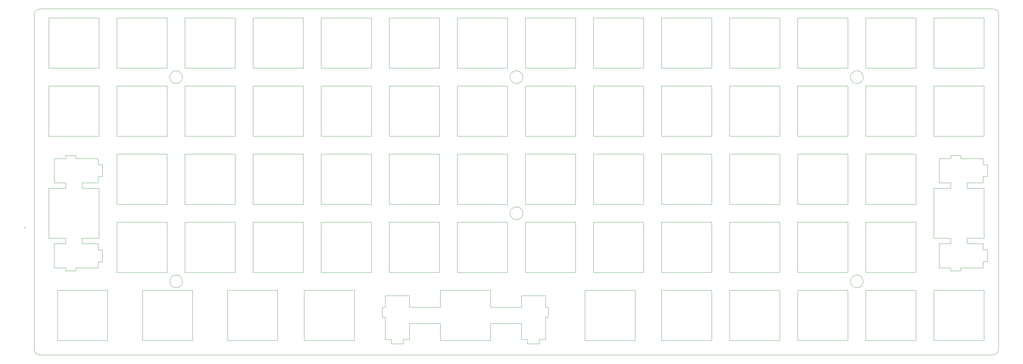
<source format=gbr>
%TF.GenerationSoftware,KiCad,Pcbnew,6.0.0~20210702.eff75b6+dfsg1-1*%
%TF.CreationDate,2021-07-19T10:32:12+02:00*%
%TF.ProjectId,plate,706c6174-652e-46b6-9963-61645f706362,rev?*%
%TF.SameCoordinates,Original*%
%TF.FileFunction,Profile,NP*%
%FSLAX46Y46*%
G04 Gerber Fmt 4.6, Leading zero omitted, Abs format (unit mm)*
G04 Created by KiCad (PCBNEW 6.0.0~20210702.eff75b6+dfsg1-1) date 2021-07-19 10:32:12*
%MOMM*%
%LPD*%
G01*
G04 APERTURE LIST*
%TA.AperFunction,Profile*%
%ADD10C,0.100000*%
%TD*%
%TA.AperFunction,Profile*%
%ADD11C,0.200000*%
%TD*%
G04 APERTURE END LIST*
D10*
X282575000Y-162718750D02*
G75*
G02*
X280987500Y-164306250I-1587500J0D01*
G01*
X12700015Y-162718750D02*
G75*
G03*
X14287496Y-164306235I1587485J0D01*
G01*
X280987470Y-164306235D02*
X14287496Y-164306235D01*
D11*
X14208781Y-164304299D02*
X14287500Y-164306250D01*
D10*
X282574964Y-69056219D02*
X282574964Y-162718741D01*
X12700003Y-162718741D02*
X12700003Y-69056219D01*
X14287496Y-67468722D02*
X280987470Y-67468722D01*
X126369734Y-146199438D02*
X126369734Y-150898520D01*
X126369734Y-150898520D02*
X117694746Y-150898520D01*
X117694746Y-150898520D02*
X117694746Y-147668326D01*
X117694746Y-147668326D02*
X110945433Y-147668326D01*
X110945433Y-147668326D02*
X110945433Y-150898520D01*
X110945433Y-150898520D02*
X110119947Y-150898520D01*
X110119947Y-150898520D02*
X110119947Y-153698675D01*
X110119947Y-153698675D02*
X110945433Y-153698675D01*
X110945433Y-153698675D02*
X110945433Y-159967352D01*
X110945433Y-159967352D02*
X112670927Y-159967352D01*
X112670927Y-159967352D02*
X112670927Y-161169012D01*
X112670927Y-161169012D02*
X115969740Y-161169012D01*
X115969740Y-161169012D02*
X115969740Y-159967352D01*
X115969740Y-159967352D02*
X117694746Y-159967352D01*
X117694746Y-159967352D02*
X117694746Y-155498404D01*
X117694746Y-155498404D02*
X126369734Y-155498404D01*
X126369734Y-155498404D02*
X126369734Y-160198874D01*
X126369734Y-160198874D02*
X140370741Y-160198874D01*
X140370741Y-160198874D02*
X140370741Y-155498404D01*
X140370741Y-155498404D02*
X149045729Y-155498404D01*
X149045729Y-155498404D02*
X149045729Y-159967352D01*
X149045729Y-159967352D02*
X150770735Y-159967352D01*
X150770735Y-159967352D02*
X150770735Y-161169012D01*
X150770735Y-161169012D02*
X154069731Y-161169012D01*
X154069731Y-161169012D02*
X154069731Y-159967352D01*
X154069731Y-159967352D02*
X155794737Y-159967352D01*
X155794737Y-159967352D02*
X155794737Y-153698675D01*
X155794737Y-153698675D02*
X156620741Y-153698675D01*
X156620741Y-153698675D02*
X156620741Y-150898520D01*
X156620741Y-150898520D02*
X155794737Y-150898520D01*
X155794737Y-150898520D02*
X155794737Y-147668326D01*
X155794737Y-147668326D02*
X149045729Y-147668326D01*
X149045729Y-147668326D02*
X149045729Y-150898520D01*
X149045729Y-150898520D02*
X140370741Y-150898520D01*
X140370741Y-150898520D02*
X140370741Y-146199438D01*
X140370741Y-146199438D02*
X126369734Y-146199438D01*
X264483717Y-146199438D02*
X278482710Y-146199438D01*
X278482710Y-146199438D02*
X278482710Y-160198874D01*
X278482710Y-160198874D02*
X264483717Y-160198874D01*
X264483717Y-160198874D02*
X264483717Y-146199438D01*
X245433729Y-146199438D02*
X259432722Y-146199438D01*
X259432722Y-146199438D02*
X259432722Y-160198874D01*
X259432722Y-160198874D02*
X245433729Y-160198874D01*
X245433729Y-160198874D02*
X245433729Y-146199438D01*
X226383726Y-146199438D02*
X240382734Y-146199438D01*
X240382734Y-146199438D02*
X240382734Y-160198874D01*
X240382734Y-160198874D02*
X226383726Y-160198874D01*
X226383726Y-160198874D02*
X226383726Y-146199438D01*
X207333723Y-146199438D02*
X221332731Y-146199438D01*
X221332731Y-146199438D02*
X221332731Y-160198874D01*
X221332731Y-160198874D02*
X207333723Y-160198874D01*
X207333723Y-160198874D02*
X207333723Y-146199438D01*
X188283720Y-146199438D02*
X202282728Y-146199438D01*
X202282728Y-146199438D02*
X202282728Y-160198874D01*
X202282728Y-160198874D02*
X188283720Y-160198874D01*
X188283720Y-160198874D02*
X188283720Y-146199438D01*
X166850736Y-146199438D02*
X180850736Y-146199438D01*
X180850736Y-146199438D02*
X180850736Y-160198874D01*
X180850736Y-160198874D02*
X166850736Y-160198874D01*
X166850736Y-160198874D02*
X166850736Y-146199438D01*
X88269941Y-146199438D02*
X102270635Y-146199438D01*
X102270635Y-146199438D02*
X102270635Y-160198874D01*
X102270635Y-160198874D02*
X88269941Y-160198874D01*
X88269941Y-160198874D02*
X88269941Y-146199438D01*
X66838751Y-146199438D02*
X80839445Y-146199438D01*
X80839445Y-146199438D02*
X80839445Y-160198874D01*
X80839445Y-160198874D02*
X66838751Y-160198874D01*
X66838751Y-160198874D02*
X66838751Y-146199438D01*
X43026144Y-146199438D02*
X57025549Y-146199438D01*
X57025549Y-146199438D02*
X57025549Y-160198874D01*
X57025549Y-160198874D02*
X43026144Y-160198874D01*
X43026144Y-160198874D02*
X43026144Y-146199438D01*
X19213655Y-146199438D02*
X33214548Y-146199438D01*
X33214548Y-146199438D02*
X33214548Y-160198874D01*
X33214548Y-160198874D02*
X19213655Y-160198874D01*
X19213655Y-160198874D02*
X19213655Y-146199438D01*
X245433729Y-127149527D02*
X259432722Y-127149527D01*
X259432722Y-127149527D02*
X259432722Y-141148825D01*
X259432722Y-141148825D02*
X245433729Y-141148825D01*
X245433729Y-141148825D02*
X245433729Y-127149527D01*
X226383726Y-127149527D02*
X240382734Y-127149527D01*
X240382734Y-127149527D02*
X240382734Y-141148825D01*
X240382734Y-141148825D02*
X226383726Y-141148825D01*
X226383726Y-141148825D02*
X226383726Y-127149527D01*
X207333723Y-127149527D02*
X221332731Y-127149527D01*
X221332731Y-127149527D02*
X221332731Y-141148825D01*
X221332731Y-141148825D02*
X207333723Y-141148825D01*
X207333723Y-141148825D02*
X207333723Y-127149527D01*
X188283720Y-127149527D02*
X202282728Y-127149527D01*
X202282728Y-127149527D02*
X202282728Y-141148825D01*
X202282728Y-141148825D02*
X188283720Y-141148825D01*
X188283720Y-141148825D02*
X188283720Y-127149527D01*
X169233732Y-127149527D02*
X183232740Y-127149527D01*
X183232740Y-127149527D02*
X183232740Y-141148825D01*
X183232740Y-141148825D02*
X169233732Y-141148825D01*
X169233732Y-141148825D02*
X169233732Y-127149527D01*
X150183729Y-127149527D02*
X164182737Y-127149527D01*
X164182737Y-127149527D02*
X164182737Y-141148825D01*
X164182737Y-141148825D02*
X150183729Y-141148825D01*
X150183729Y-141148825D02*
X150183729Y-127149527D01*
X131132734Y-127149527D02*
X145132734Y-127149527D01*
X145132734Y-127149527D02*
X145132734Y-141148825D01*
X145132734Y-141148825D02*
X131132734Y-141148825D01*
X131132734Y-141148825D02*
X131132734Y-127149527D01*
X112082441Y-127149527D02*
X126081739Y-127149527D01*
X126081739Y-127149527D02*
X126081739Y-141148825D01*
X126081739Y-141148825D02*
X112082441Y-141148825D01*
X112082441Y-141148825D02*
X112082441Y-127149527D01*
X93033842Y-127149527D02*
X107033140Y-127149527D01*
X107033140Y-127149527D02*
X107033140Y-141148825D01*
X107033140Y-141148825D02*
X93033842Y-141148825D01*
X93033842Y-141148825D02*
X93033842Y-127149527D01*
X73983839Y-127149527D02*
X87983145Y-127149527D01*
X87983145Y-127149527D02*
X87983145Y-141148825D01*
X87983145Y-141148825D02*
X73983839Y-141148825D01*
X73983839Y-141148825D02*
X73983839Y-127149527D01*
X54933843Y-127149527D02*
X68933149Y-127149527D01*
X68933149Y-127149527D02*
X68933149Y-141148825D01*
X68933149Y-141148825D02*
X54933843Y-141148825D01*
X54933843Y-141148825D02*
X54933843Y-127149527D01*
X35883745Y-127149527D02*
X49883146Y-127149527D01*
X49883146Y-127149527D02*
X49883146Y-141148825D01*
X49883146Y-141148825D02*
X35883745Y-141148825D01*
X35883745Y-141148825D02*
X35883745Y-127149527D01*
X269182722Y-108523924D02*
X269182722Y-109349425D01*
X269182722Y-109349425D02*
X265952711Y-109349425D01*
X265952711Y-109349425D02*
X265952711Y-116098730D01*
X265952711Y-116098730D02*
X269182722Y-116098730D01*
X269182722Y-116098730D02*
X269182722Y-117624525D01*
X269182722Y-117624525D02*
X264483717Y-117624525D01*
X264483717Y-117624525D02*
X264483717Y-131623823D01*
X264483717Y-131623823D02*
X269182722Y-131623823D01*
X269182722Y-131623823D02*
X269182722Y-133149329D01*
X269182722Y-133149329D02*
X265952711Y-133149329D01*
X265952711Y-133149329D02*
X265952711Y-139899023D01*
X265952711Y-139899023D02*
X269182722Y-139899023D01*
X269182722Y-139899023D02*
X269182722Y-140724432D01*
X269182722Y-140724432D02*
X271982710Y-140724432D01*
X271982710Y-140724432D02*
X271982710Y-139899023D01*
X271982710Y-139899023D02*
X278252699Y-139899023D01*
X278252699Y-139899023D02*
X278252699Y-138173727D01*
X278223341Y-138131102D02*
X279424330Y-138131102D01*
X279424330Y-138131102D02*
X279424330Y-134830603D01*
X279424330Y-134830603D02*
X278223341Y-134830603D01*
X278252699Y-134873228D02*
X278252699Y-133149329D01*
X278252699Y-133149329D02*
X273782728Y-133149329D01*
X273782728Y-133149329D02*
X273782728Y-131623823D01*
X273782728Y-131623823D02*
X278482710Y-131623823D01*
X278482710Y-131623823D02*
X278482710Y-117624525D01*
X278482710Y-117624525D02*
X273782728Y-117624525D01*
X273782728Y-117624525D02*
X273782728Y-116098730D01*
X273782728Y-116098730D02*
X278252699Y-116098730D01*
X278252699Y-116098730D02*
X278252699Y-114373625D01*
X278223341Y-114331000D02*
X279424330Y-114331000D01*
X279424330Y-114331000D02*
X279424330Y-111030394D01*
X279424330Y-111030394D02*
X278223341Y-111030394D01*
X278252699Y-111073027D02*
X278252699Y-109349425D01*
X278252699Y-109349425D02*
X271982710Y-109349425D01*
X271982710Y-109349425D02*
X271982710Y-108523924D01*
X271982710Y-108523924D02*
X269182722Y-108523924D01*
X21532888Y-108523924D02*
X21532888Y-109349425D01*
X21532888Y-109349425D02*
X18302778Y-109349425D01*
X18302778Y-109349425D02*
X18302778Y-116098730D01*
X18302778Y-116098730D02*
X21532888Y-116098730D01*
X21532888Y-116098730D02*
X21532888Y-117624525D01*
X21532888Y-117624525D02*
X16833776Y-117624525D01*
X16833776Y-117624525D02*
X16833776Y-131623823D01*
X16833776Y-131623823D02*
X21532888Y-131623823D01*
X21532888Y-131623823D02*
X21532888Y-133149329D01*
X21532888Y-133149329D02*
X18302778Y-133149329D01*
X18302778Y-133149329D02*
X18302778Y-139899023D01*
X18302778Y-139899023D02*
X21532888Y-139899023D01*
X21532888Y-139899023D02*
X21532888Y-140724432D01*
X21532888Y-140724432D02*
X24333048Y-140724432D01*
X24333048Y-140724432D02*
X24333048Y-139899023D01*
X24333048Y-139899023D02*
X30603147Y-139899023D01*
X30603147Y-139899023D02*
X30603147Y-138173727D01*
X30603147Y-138173727D02*
X31803446Y-138173727D01*
X31803446Y-138173727D02*
X31803446Y-134873228D01*
X31803446Y-134873228D02*
X30603147Y-134873228D01*
X30603147Y-134873228D02*
X30603147Y-133149329D01*
X30603147Y-133149329D02*
X26132749Y-133149329D01*
X26132749Y-133149329D02*
X26132749Y-131623823D01*
X26132749Y-131623823D02*
X30833246Y-131623823D01*
X30833246Y-131623823D02*
X30833246Y-117624525D01*
X30833246Y-117624525D02*
X26132749Y-117624525D01*
X26132749Y-117624525D02*
X26132749Y-116098730D01*
X26132749Y-116098730D02*
X30601747Y-116098730D01*
X30601747Y-116098730D02*
X30601747Y-114373625D01*
X30601747Y-114373625D02*
X31802046Y-114373625D01*
X31802046Y-114373625D02*
X31802046Y-111073027D01*
X31802046Y-111073027D02*
X30601747Y-111073027D01*
X30601747Y-111073027D02*
X30601747Y-109349425D01*
X30601747Y-109349425D02*
X24331648Y-109349425D01*
X24331648Y-109349425D02*
X24331648Y-108523924D01*
X24331648Y-108523924D02*
X21532888Y-108523924D01*
X245433729Y-108099524D02*
X259432722Y-108099524D01*
X259432722Y-108099524D02*
X259432722Y-122098730D01*
X259432722Y-122098730D02*
X245433729Y-122098730D01*
X245433729Y-122098730D02*
X245433729Y-108099524D01*
X226383726Y-108099524D02*
X240382734Y-108099524D01*
X240382734Y-108099524D02*
X240382734Y-122098730D01*
X240382734Y-122098730D02*
X226383726Y-122098730D01*
X226383726Y-122098730D02*
X226383726Y-108099524D01*
X207333723Y-108099524D02*
X221332731Y-108099524D01*
X221332731Y-108099524D02*
X221332731Y-122098730D01*
X221332731Y-122098730D02*
X207333723Y-122098730D01*
X207333723Y-122098730D02*
X207333723Y-108099524D01*
X188283720Y-108099524D02*
X202282728Y-108099524D01*
X202282728Y-108099524D02*
X202282728Y-122098730D01*
X202282728Y-122098730D02*
X188283720Y-122098730D01*
X188283720Y-122098730D02*
X188283720Y-108099524D01*
X169233732Y-108099524D02*
X183232740Y-108099524D01*
X183232740Y-108099524D02*
X183232740Y-122098730D01*
X183232740Y-122098730D02*
X169233732Y-122098730D01*
X169233732Y-122098730D02*
X169233732Y-108099524D01*
X150183729Y-108099524D02*
X164182737Y-108099524D01*
X164182737Y-108099524D02*
X164182737Y-122098730D01*
X164182737Y-122098730D02*
X150183729Y-122098730D01*
X150183729Y-122098730D02*
X150183729Y-108099524D01*
X131132734Y-108099524D02*
X145132734Y-108099524D01*
X145132734Y-108099524D02*
X145132734Y-122098730D01*
X145132734Y-122098730D02*
X131132734Y-122098730D01*
X131132734Y-122098730D02*
X131132734Y-108099524D01*
X112082441Y-108099524D02*
X126081739Y-108099524D01*
X126081739Y-108099524D02*
X126081739Y-122098730D01*
X126081739Y-122098730D02*
X112082441Y-122098730D01*
X112082441Y-122098730D02*
X112082441Y-108099524D01*
X93033842Y-108099524D02*
X107033140Y-108099524D01*
X107033140Y-108099524D02*
X107033140Y-122098730D01*
X107033140Y-122098730D02*
X93033842Y-122098730D01*
X93033842Y-122098730D02*
X93033842Y-108099524D01*
X73983839Y-108099524D02*
X87983145Y-108099524D01*
X87983145Y-108099524D02*
X87983145Y-122098730D01*
X87983145Y-122098730D02*
X73983839Y-122098730D01*
X73983839Y-122098730D02*
X73983839Y-108099524D01*
X54933843Y-108099524D02*
X68933149Y-108099524D01*
X68933149Y-108099524D02*
X68933149Y-122098730D01*
X68933149Y-122098730D02*
X54933843Y-122098730D01*
X54933843Y-122098730D02*
X54933843Y-108099524D01*
X35883745Y-108099524D02*
X49883146Y-108099524D01*
X49883146Y-108099524D02*
X49883146Y-122098730D01*
X49883146Y-122098730D02*
X35883745Y-122098730D01*
X35883745Y-122098730D02*
X35883745Y-108099524D01*
X264483717Y-89049528D02*
X278482710Y-89049528D01*
X278482710Y-89049528D02*
X278482710Y-103048727D01*
X278482710Y-103048727D02*
X264483717Y-103048727D01*
X264483717Y-103048727D02*
X264483717Y-89049528D01*
X245433729Y-89049528D02*
X259432722Y-89049528D01*
X259432722Y-89049528D02*
X259432722Y-103048727D01*
X259432722Y-103048727D02*
X245433729Y-103048727D01*
X245433729Y-103048727D02*
X245433729Y-89049528D01*
X226383726Y-89049528D02*
X240382734Y-89049528D01*
X240382734Y-89049528D02*
X240382734Y-103048727D01*
X240382734Y-103048727D02*
X226383726Y-103048727D01*
X226383726Y-103048727D02*
X226383726Y-89049528D01*
X207333723Y-89049528D02*
X221332731Y-89049528D01*
X221332731Y-89049528D02*
X221332731Y-103048727D01*
X221332731Y-103048727D02*
X207333723Y-103048727D01*
X207333723Y-103048727D02*
X207333723Y-89049528D01*
X188283720Y-89049528D02*
X202282728Y-89049528D01*
X202282728Y-89049528D02*
X202282728Y-103048727D01*
X202282728Y-103048727D02*
X188283720Y-103048727D01*
X188283720Y-103048727D02*
X188283720Y-89049528D01*
X169233732Y-89049528D02*
X183232740Y-89049528D01*
X183232740Y-89049528D02*
X183232740Y-103048727D01*
X183232740Y-103048727D02*
X169233732Y-103048727D01*
X169233732Y-103048727D02*
X169233732Y-89049528D01*
X150183729Y-89049528D02*
X164182737Y-89049528D01*
X164182737Y-89049528D02*
X164182737Y-103048727D01*
X164182737Y-103048727D02*
X150183729Y-103048727D01*
X150183729Y-103048727D02*
X150183729Y-89049528D01*
X131132734Y-89049528D02*
X145132734Y-89049528D01*
X145132734Y-89049528D02*
X145132734Y-103048727D01*
X145132734Y-103048727D02*
X131132734Y-103048727D01*
X131132734Y-103048727D02*
X131132734Y-89049528D01*
X112082441Y-89049528D02*
X126081739Y-89049528D01*
X126081739Y-89049528D02*
X126081739Y-103048727D01*
X126081739Y-103048727D02*
X112082441Y-103048727D01*
X112082441Y-103048727D02*
X112082441Y-89049528D01*
X93033842Y-89049528D02*
X107033140Y-89049528D01*
X107033140Y-89049528D02*
X107033140Y-103048727D01*
X107033140Y-103048727D02*
X93033842Y-103048727D01*
X93033842Y-103048727D02*
X93033842Y-89049528D01*
X73983839Y-89049528D02*
X87983145Y-89049528D01*
X87983145Y-89049528D02*
X87983145Y-103048727D01*
X87983145Y-103048727D02*
X73983839Y-103048727D01*
X73983839Y-103048727D02*
X73983839Y-89049528D01*
X54933843Y-89049528D02*
X68933149Y-89049528D01*
X68933149Y-89049528D02*
X68933149Y-103048727D01*
X68933149Y-103048727D02*
X54933843Y-103048727D01*
X54933843Y-103048727D02*
X54933843Y-89049528D01*
X35883745Y-89049528D02*
X49883146Y-89049528D01*
X49883146Y-89049528D02*
X49883146Y-103048727D01*
X49883146Y-103048727D02*
X35883745Y-103048727D01*
X35883745Y-103048727D02*
X35883745Y-89049528D01*
X16833776Y-89049528D02*
X30833246Y-89049528D01*
X30833246Y-89049528D02*
X30833246Y-103048727D01*
X30833246Y-103048727D02*
X16833776Y-103048727D01*
X16833776Y-103048727D02*
X16833776Y-89049528D01*
X264483717Y-69999522D02*
X278482710Y-69999522D01*
X278482710Y-69999522D02*
X278482710Y-83998724D01*
X278482710Y-83998724D02*
X264483717Y-83998724D01*
X264483717Y-83998724D02*
X264483717Y-69999522D01*
X245433729Y-69999522D02*
X259432722Y-69999522D01*
X259432722Y-69999522D02*
X259432722Y-83998724D01*
X259432722Y-83998724D02*
X245433729Y-83998724D01*
X245433729Y-83998724D02*
X245433729Y-69999522D01*
X226383726Y-69999522D02*
X240382734Y-69999522D01*
X240382734Y-69999522D02*
X240382734Y-83998724D01*
X240382734Y-83998724D02*
X226383726Y-83998724D01*
X226383726Y-83998724D02*
X226383726Y-69999522D01*
X207333723Y-69999522D02*
X221332731Y-69999522D01*
X221332731Y-69999522D02*
X221332731Y-83998724D01*
X221332731Y-83998724D02*
X207333723Y-83998724D01*
X207333723Y-83998724D02*
X207333723Y-69999522D01*
X188283720Y-69999522D02*
X202282728Y-69999522D01*
X202282728Y-69999522D02*
X202282728Y-83998724D01*
X202282728Y-83998724D02*
X188283720Y-83998724D01*
X188283720Y-83998724D02*
X188283720Y-69999522D01*
X169233732Y-69999522D02*
X183232740Y-69999522D01*
X183232740Y-69999522D02*
X183232740Y-83998724D01*
X183232740Y-83998724D02*
X169233732Y-83998724D01*
X169233732Y-83998724D02*
X169233732Y-69999522D01*
X150183729Y-69999522D02*
X164182737Y-69999522D01*
X164182737Y-69999522D02*
X164182737Y-83998724D01*
X164182737Y-83998724D02*
X150183729Y-83998724D01*
X150183729Y-83998724D02*
X150183729Y-69999522D01*
X131132734Y-69999522D02*
X145132734Y-69999522D01*
X145132734Y-69999522D02*
X145132734Y-83998724D01*
X145132734Y-83998724D02*
X131132734Y-83998724D01*
X131132734Y-83998724D02*
X131132734Y-69999522D01*
X112082441Y-69999522D02*
X126081739Y-69999522D01*
X126081739Y-69999522D02*
X126081739Y-83998724D01*
X126081739Y-83998724D02*
X112082441Y-83998724D01*
X112082441Y-83998724D02*
X112082441Y-69999522D01*
X93033842Y-69999522D02*
X107033140Y-69999522D01*
X107033140Y-69999522D02*
X107033140Y-83998724D01*
X107033140Y-83998724D02*
X93033842Y-83998724D01*
X93033842Y-83998724D02*
X93033842Y-69999522D01*
X73983839Y-69999522D02*
X87983145Y-69999522D01*
X87983145Y-69999522D02*
X87983145Y-83998724D01*
X87983145Y-83998724D02*
X73983839Y-83998724D01*
X73983839Y-83998724D02*
X73983839Y-69999522D01*
X54933843Y-69999522D02*
X68933149Y-69999522D01*
X68933149Y-69999522D02*
X68933149Y-83998724D01*
X68933149Y-83998724D02*
X54933843Y-83998724D01*
X54933843Y-83998724D02*
X54933843Y-69999522D01*
X35883745Y-69999522D02*
X49883146Y-69999522D01*
X49883146Y-69999522D02*
X49883146Y-83998724D01*
X49883146Y-83998724D02*
X35883745Y-83998724D01*
X35883745Y-83998724D02*
X35883745Y-69999522D01*
X16833776Y-69999522D02*
X30833246Y-69999522D01*
X30833246Y-69999522D02*
X30833246Y-83998724D01*
X30833246Y-83998724D02*
X16833776Y-83998724D01*
X16833776Y-83998724D02*
X16833776Y-69999522D01*
X14208781Y-164304299D02*
X14287500Y-164306250D01*
X281066188Y-67470672D02*
X280987470Y-67468722D01*
X281144373Y-67476488D02*
X281066188Y-67470672D01*
X281221893Y-67486117D02*
X281144373Y-67476488D01*
X281298620Y-67499504D02*
X281221893Y-67486117D01*
X281374423Y-67516596D02*
X281298620Y-67499504D01*
X281449171Y-67537338D02*
X281374423Y-67516596D01*
X281522735Y-67561677D02*
X281449171Y-67537338D01*
X281594984Y-67589559D02*
X281522735Y-67561677D01*
X281665788Y-67620930D02*
X281594984Y-67589559D01*
X281735018Y-67655735D02*
X281665788Y-67620930D01*
X281802542Y-67693922D02*
X281735018Y-67655735D01*
X281868231Y-67735436D02*
X281802542Y-67693922D01*
X281931954Y-67780224D02*
X281868231Y-67735436D01*
X281993582Y-67828231D02*
X281931954Y-67780224D01*
X282052983Y-67879403D02*
X281993582Y-67828231D01*
X282110029Y-67933687D02*
X282052983Y-67879403D01*
X282110029Y-67933687D02*
X282110029Y-67933687D01*
X282164315Y-67990730D02*
X282110029Y-67933687D01*
X282215488Y-68050129D02*
X282164315Y-67990730D01*
X282263494Y-68111753D02*
X282215488Y-68050129D01*
X282308280Y-68175474D02*
X282263494Y-68111753D01*
X282349792Y-68241159D02*
X282308280Y-68175474D01*
X282387976Y-68308681D02*
X282349792Y-68241159D01*
X282422778Y-68377907D02*
X282387976Y-68308681D01*
X282454145Y-68448709D02*
X282422778Y-68377907D01*
X282482023Y-68520956D02*
X282454145Y-68448709D01*
X282506359Y-68594518D02*
X282482023Y-68520956D01*
X282527098Y-68669265D02*
X282506359Y-68594518D01*
X282544186Y-68745067D02*
X282527098Y-68669265D01*
X282557571Y-68821793D02*
X282544186Y-68745067D01*
X282567198Y-68899314D02*
X282557571Y-68821793D01*
X282573014Y-68977500D02*
X282567198Y-68899314D01*
X282574964Y-69056219D02*
X282573014Y-68977500D01*
X12702068Y-68974527D02*
X12700003Y-69056219D01*
X12708199Y-68893908D02*
X12702068Y-68974527D01*
X12718295Y-68814460D02*
X12708199Y-68893908D01*
X12732256Y-68736284D02*
X12718295Y-68814460D01*
X12749982Y-68659480D02*
X12732256Y-68736284D01*
X12771375Y-68584148D02*
X12749982Y-68659480D01*
X12796333Y-68510386D02*
X12771375Y-68584148D01*
X12824757Y-68438296D02*
X12796333Y-68510386D01*
X12856549Y-68367976D02*
X12824757Y-68438296D01*
X12891606Y-68299526D02*
X12856549Y-68367976D01*
X12929831Y-68233047D02*
X12891606Y-68299526D01*
X12971124Y-68168637D02*
X12929831Y-68233047D01*
X13015383Y-68106397D02*
X12971124Y-68168637D01*
X13062511Y-68046426D02*
X13015383Y-68106397D01*
X13112407Y-67988825D02*
X13062511Y-68046426D01*
X13164971Y-67933692D02*
X13112407Y-67988825D01*
X13220103Y-67881128D02*
X13164971Y-67933692D01*
X13277705Y-67831232D02*
X13220103Y-67881128D01*
X13337675Y-67784104D02*
X13277705Y-67831232D01*
X13399915Y-67739844D02*
X13337675Y-67784104D01*
X13464325Y-67698552D02*
X13399915Y-67739844D01*
X13530804Y-67660326D02*
X13464325Y-67698552D01*
X13599253Y-67625268D02*
X13530804Y-67660326D01*
X13669573Y-67593477D02*
X13599253Y-67625268D01*
X13741664Y-67565053D02*
X13669573Y-67593477D01*
X13815425Y-67540094D02*
X13741664Y-67565053D01*
X13890758Y-67518702D02*
X13815425Y-67540094D01*
X13967562Y-67500975D02*
X13890758Y-67518702D01*
X14045737Y-67487014D02*
X13967562Y-67500975D01*
X14125185Y-67476918D02*
X14045737Y-67487014D01*
X14205804Y-67470788D02*
X14125185Y-67476918D01*
X14287496Y-67468722D02*
X14205804Y-67470788D01*
X149412367Y-124618727D02*
X149410057Y-124710062D01*
X149410057Y-124710062D02*
X149403203Y-124800198D01*
X149403203Y-124800198D02*
X149391916Y-124889024D01*
X149391916Y-124889024D02*
X149376308Y-124976427D01*
X149376308Y-124976427D02*
X149356489Y-125062297D01*
X149356489Y-125062297D02*
X149332572Y-125146522D01*
X149332572Y-125146522D02*
X149304669Y-125228990D01*
X149304669Y-125228990D02*
X149272889Y-125309591D01*
X149272889Y-125309591D02*
X149237346Y-125388211D01*
X149237346Y-125388211D02*
X149198150Y-125464740D01*
X149198150Y-125464740D02*
X149155414Y-125539067D01*
X149155414Y-125539067D02*
X149109248Y-125611079D01*
X149109248Y-125611079D02*
X149059764Y-125680666D01*
X149059764Y-125680666D02*
X149007074Y-125747716D01*
X149007074Y-125747716D02*
X148951289Y-125812116D01*
X148951289Y-125812116D02*
X148892521Y-125873757D01*
X148892521Y-125873757D02*
X148830881Y-125932525D01*
X148830881Y-125932525D02*
X148766480Y-125988311D01*
X148766480Y-125988311D02*
X148699431Y-126041001D01*
X148699431Y-126041001D02*
X148629845Y-126090485D01*
X148629845Y-126090485D02*
X148557833Y-126136651D01*
X148557833Y-126136651D02*
X148483507Y-126179388D01*
X148483507Y-126179388D02*
X148406977Y-126218584D01*
X148406977Y-126218584D02*
X148328357Y-126254128D01*
X148328357Y-126254128D02*
X148247757Y-126285907D01*
X148247757Y-126285907D02*
X148165289Y-126313811D01*
X148165289Y-126313811D02*
X148081065Y-126337729D01*
X148081065Y-126337729D02*
X147995195Y-126357547D01*
X147995195Y-126357547D02*
X147907792Y-126373156D01*
X147907792Y-126373156D02*
X147818966Y-126384443D01*
X147818966Y-126384443D02*
X147728830Y-126391297D01*
X147728830Y-126391297D02*
X147637495Y-126393606D01*
X147637495Y-126393606D02*
X147546160Y-126391297D01*
X147546160Y-126391297D02*
X147456024Y-126384443D01*
X147456024Y-126384443D02*
X147367198Y-126373156D01*
X147367198Y-126373156D02*
X147279794Y-126357547D01*
X147279794Y-126357547D02*
X147193924Y-126337729D01*
X147193924Y-126337729D02*
X147109699Y-126313811D01*
X147109699Y-126313811D02*
X147027230Y-126285907D01*
X147027230Y-126285907D02*
X146946630Y-126254128D01*
X146946630Y-126254128D02*
X146868009Y-126218584D01*
X146868009Y-126218584D02*
X146791480Y-126179388D01*
X146791480Y-126179388D02*
X146717153Y-126136651D01*
X146717153Y-126136651D02*
X146645140Y-126090485D01*
X146645140Y-126090485D02*
X146575553Y-126041001D01*
X146575553Y-126041001D02*
X146508503Y-125988311D01*
X146508503Y-125988311D02*
X146444102Y-125932525D01*
X146444102Y-125932525D02*
X146382461Y-125873757D01*
X146382461Y-125873757D02*
X146323692Y-125812116D01*
X146323692Y-125812116D02*
X146267907Y-125747716D01*
X146267907Y-125747716D02*
X146215216Y-125680666D01*
X146215216Y-125680666D02*
X146165731Y-125611079D01*
X146165731Y-125611079D02*
X146119565Y-125539067D01*
X146119565Y-125539067D02*
X146076828Y-125464740D01*
X146076828Y-125464740D02*
X146037631Y-125388211D01*
X146037631Y-125388211D02*
X146002088Y-125309591D01*
X146002088Y-125309591D02*
X145970308Y-125228990D01*
X145970308Y-125228990D02*
X145942403Y-125146522D01*
X145942403Y-125146522D02*
X145918486Y-125062297D01*
X145918486Y-125062297D02*
X145898667Y-124976427D01*
X145898667Y-124976427D02*
X145883059Y-124889024D01*
X145883059Y-124889024D02*
X145871771Y-124800198D01*
X145871771Y-124800198D02*
X145864917Y-124710062D01*
X145864917Y-124710062D02*
X145862608Y-124618727D01*
X145862608Y-124618727D02*
X145864917Y-124527392D01*
X145864917Y-124527392D02*
X145871771Y-124437256D01*
X145871771Y-124437256D02*
X145883059Y-124348430D01*
X145883059Y-124348430D02*
X145898667Y-124261027D01*
X145898667Y-124261027D02*
X145918486Y-124175157D01*
X145918486Y-124175157D02*
X145942403Y-124090932D01*
X145942403Y-124090932D02*
X145970308Y-124008464D01*
X145970308Y-124008464D02*
X146002088Y-123927863D01*
X146002088Y-123927863D02*
X146037631Y-123849243D01*
X146037631Y-123849243D02*
X146076828Y-123772714D01*
X146076828Y-123772714D02*
X146119565Y-123698387D01*
X146119565Y-123698387D02*
X146165731Y-123626375D01*
X146165731Y-123626375D02*
X146215216Y-123556788D01*
X146215216Y-123556788D02*
X146267907Y-123489738D01*
X146267907Y-123489738D02*
X146323692Y-123425338D01*
X146323692Y-123425338D02*
X146382461Y-123363697D01*
X146382461Y-123363697D02*
X146444102Y-123304929D01*
X146444102Y-123304929D02*
X146508503Y-123249143D01*
X146508503Y-123249143D02*
X146575553Y-123196453D01*
X146575553Y-123196453D02*
X146645140Y-123146969D01*
X146645140Y-123146969D02*
X146717153Y-123100803D01*
X146717153Y-123100803D02*
X146791480Y-123058066D01*
X146791480Y-123058066D02*
X146868009Y-123018870D01*
X146868009Y-123018870D02*
X146946630Y-122983326D01*
X146946630Y-122983326D02*
X147027230Y-122951547D01*
X147027230Y-122951547D02*
X147109699Y-122923643D01*
X147109699Y-122923643D02*
X147193924Y-122899725D01*
X147193924Y-122899725D02*
X147279794Y-122879907D01*
X147279794Y-122879907D02*
X147367198Y-122864298D01*
X147367198Y-122864298D02*
X147456024Y-122853011D01*
X147456024Y-122853011D02*
X147546160Y-122846157D01*
X147546160Y-122846157D02*
X147637495Y-122843848D01*
X147637495Y-122843848D02*
X147728830Y-122846157D01*
X147728830Y-122846157D02*
X147818966Y-122853011D01*
X147818966Y-122853011D02*
X147907792Y-122864298D01*
X147907792Y-122864298D02*
X147995195Y-122879907D01*
X147995195Y-122879907D02*
X148081065Y-122899725D01*
X148081065Y-122899725D02*
X148165289Y-122923643D01*
X148165289Y-122923643D02*
X148247757Y-122951547D01*
X148247757Y-122951547D02*
X148328357Y-122983326D01*
X148328357Y-122983326D02*
X148406977Y-123018870D01*
X148406977Y-123018870D02*
X148483507Y-123058066D01*
X148483507Y-123058066D02*
X148557833Y-123100803D01*
X148557833Y-123100803D02*
X148629845Y-123146969D01*
X148629845Y-123146969D02*
X148699431Y-123196453D01*
X148699431Y-123196453D02*
X148766480Y-123249143D01*
X148766480Y-123249143D02*
X148830881Y-123304929D01*
X148830881Y-123304929D02*
X148892521Y-123363697D01*
X148892521Y-123363697D02*
X148951289Y-123425338D01*
X148951289Y-123425338D02*
X149007074Y-123489738D01*
X149007074Y-123489738D02*
X149059764Y-123556788D01*
X149059764Y-123556788D02*
X149109248Y-123626375D01*
X149109248Y-123626375D02*
X149155414Y-123698387D01*
X149155414Y-123698387D02*
X149198150Y-123772714D01*
X149198150Y-123772714D02*
X149237346Y-123849243D01*
X149237346Y-123849243D02*
X149272889Y-123927863D01*
X149272889Y-123927863D02*
X149304669Y-124008464D01*
X149304669Y-124008464D02*
X149332572Y-124090932D01*
X149332572Y-124090932D02*
X149356489Y-124175157D01*
X149356489Y-124175157D02*
X149376308Y-124261027D01*
X149376308Y-124261027D02*
X149391916Y-124348430D01*
X149391916Y-124348430D02*
X149403203Y-124437256D01*
X149403203Y-124437256D02*
X149410057Y-124527392D01*
X149410057Y-124527392D02*
X149412367Y-124618727D01*
X149412367Y-124618727D02*
X149412367Y-124618727D01*
X244662367Y-143668738D02*
X244660057Y-143760073D01*
X244660057Y-143760073D02*
X244653203Y-143850209D01*
X244653203Y-143850209D02*
X244641916Y-143939034D01*
X244641916Y-143939034D02*
X244626307Y-144026438D01*
X244626307Y-144026438D02*
X244606488Y-144112308D01*
X244606488Y-144112308D02*
X244582571Y-144196532D01*
X244582571Y-144196532D02*
X244554667Y-144279000D01*
X244554667Y-144279000D02*
X244522887Y-144359600D01*
X244522887Y-144359600D02*
X244487343Y-144438220D01*
X244487343Y-144438220D02*
X244448146Y-144514749D01*
X244448146Y-144514749D02*
X244405409Y-144589076D01*
X244405409Y-144589076D02*
X244359242Y-144661088D01*
X244359242Y-144661088D02*
X244309758Y-144730674D01*
X244309758Y-144730674D02*
X244257066Y-144797723D01*
X244257066Y-144797723D02*
X244201281Y-144862123D01*
X244201281Y-144862123D02*
X244142511Y-144923764D01*
X244142511Y-144923764D02*
X244080870Y-144982532D01*
X244080870Y-144982532D02*
X244016469Y-145038317D01*
X244016469Y-145038317D02*
X243949418Y-145091007D01*
X243949418Y-145091007D02*
X243879831Y-145140491D01*
X243879831Y-145140491D02*
X243807817Y-145186657D01*
X243807817Y-145186657D02*
X243733490Y-145229393D01*
X243733490Y-145229393D02*
X243656960Y-145268589D01*
X243656960Y-145268589D02*
X243578338Y-145304132D01*
X243578338Y-145304132D02*
X243497737Y-145335911D01*
X243497737Y-145335911D02*
X243415267Y-145363815D01*
X243415267Y-145363815D02*
X243331041Y-145387732D01*
X243331041Y-145387732D02*
X243245170Y-145407551D01*
X243245170Y-145407551D02*
X243157765Y-145423159D01*
X243157765Y-145423159D02*
X243068938Y-145434446D01*
X243068938Y-145434446D02*
X242978801Y-145441300D01*
X242978801Y-145441300D02*
X242887464Y-145443610D01*
X242887464Y-145443610D02*
X242796131Y-145441300D01*
X242796131Y-145441300D02*
X242705996Y-145434446D01*
X242705996Y-145434446D02*
X242617171Y-145423159D01*
X242617171Y-145423159D02*
X242529769Y-145407551D01*
X242529769Y-145407551D02*
X242443900Y-145387732D01*
X242443900Y-145387732D02*
X242359676Y-145363815D01*
X242359676Y-145363815D02*
X242277208Y-145335911D01*
X242277208Y-145335911D02*
X242196608Y-145304132D01*
X242196608Y-145304132D02*
X242117988Y-145268589D01*
X242117988Y-145268589D02*
X242041460Y-145229393D01*
X242041460Y-145229393D02*
X241967133Y-145186657D01*
X241967133Y-145186657D02*
X241895121Y-145140491D01*
X241895121Y-145140491D02*
X241825535Y-145091007D01*
X241825535Y-145091007D02*
X241758485Y-145038317D01*
X241758485Y-145038317D02*
X241694085Y-144982532D01*
X241694085Y-144982532D02*
X241632444Y-144923764D01*
X241632444Y-144923764D02*
X241573676Y-144862123D01*
X241573676Y-144862123D02*
X241517890Y-144797723D01*
X241517890Y-144797723D02*
X241465200Y-144730674D01*
X241465200Y-144730674D02*
X241415715Y-144661088D01*
X241415715Y-144661088D02*
X241369549Y-144589076D01*
X241369549Y-144589076D02*
X241326812Y-144514749D01*
X241326812Y-144514749D02*
X241287616Y-144438220D01*
X241287616Y-144438220D02*
X241252072Y-144359600D01*
X241252072Y-144359600D02*
X241220292Y-144279000D01*
X241220292Y-144279000D02*
X241192388Y-144196532D01*
X241192388Y-144196532D02*
X241168471Y-144112308D01*
X241168471Y-144112308D02*
X241148652Y-144026438D01*
X241148652Y-144026438D02*
X241133043Y-143939034D01*
X241133043Y-143939034D02*
X241121756Y-143850209D01*
X241121756Y-143850209D02*
X241114902Y-143760073D01*
X241114902Y-143760073D02*
X241112593Y-143668738D01*
X241112593Y-143668738D02*
X241114902Y-143577403D01*
X241114902Y-143577403D02*
X241121756Y-143487266D01*
X241121756Y-143487266D02*
X241133043Y-143398441D01*
X241133043Y-143398441D02*
X241148652Y-143311037D01*
X241148652Y-143311037D02*
X241168471Y-143225167D01*
X241168471Y-143225167D02*
X241192388Y-143140942D01*
X241192388Y-143140942D02*
X241220292Y-143058473D01*
X241220292Y-143058473D02*
X241252072Y-142977873D01*
X241252072Y-142977873D02*
X241287616Y-142899252D01*
X241287616Y-142899252D02*
X241326812Y-142822723D01*
X241326812Y-142822723D02*
X241369549Y-142748396D01*
X241369549Y-142748396D02*
X241415715Y-142676383D01*
X241415715Y-142676383D02*
X241465200Y-142606796D01*
X241465200Y-142606796D02*
X241517890Y-142539746D01*
X241517890Y-142539746D02*
X241573676Y-142475345D01*
X241573676Y-142475345D02*
X241632444Y-142413704D01*
X241632444Y-142413704D02*
X241694085Y-142354935D01*
X241694085Y-142354935D02*
X241758485Y-142299150D01*
X241758485Y-142299150D02*
X241825535Y-142246459D01*
X241825535Y-142246459D02*
X241895121Y-142196974D01*
X241895121Y-142196974D02*
X241967133Y-142150808D01*
X241967133Y-142150808D02*
X242041460Y-142108071D01*
X242041460Y-142108071D02*
X242117988Y-142068874D01*
X242117988Y-142068874D02*
X242196608Y-142033330D01*
X242196608Y-142033330D02*
X242277208Y-142001551D01*
X242277208Y-142001551D02*
X242359676Y-141973646D01*
X242359676Y-141973646D02*
X242443900Y-141949729D01*
X242443900Y-141949729D02*
X242529769Y-141929910D01*
X242529769Y-141929910D02*
X242617171Y-141914301D01*
X242617171Y-141914301D02*
X242705996Y-141903014D01*
X242705996Y-141903014D02*
X242796131Y-141896160D01*
X242796131Y-141896160D02*
X242887464Y-141893851D01*
X242887464Y-141893851D02*
X242978801Y-141896160D01*
X242978801Y-141896160D02*
X243068938Y-141903014D01*
X243068938Y-141903014D02*
X243157765Y-141914301D01*
X243157765Y-141914301D02*
X243245170Y-141929910D01*
X243245170Y-141929910D02*
X243331041Y-141949729D01*
X243331041Y-141949729D02*
X243415267Y-141973646D01*
X243415267Y-141973646D02*
X243497737Y-142001551D01*
X243497737Y-142001551D02*
X243578338Y-142033330D01*
X243578338Y-142033330D02*
X243656960Y-142068874D01*
X243656960Y-142068874D02*
X243733490Y-142108071D01*
X243733490Y-142108071D02*
X243807817Y-142150808D01*
X243807817Y-142150808D02*
X243879831Y-142196974D01*
X243879831Y-142196974D02*
X243949418Y-142246459D01*
X243949418Y-142246459D02*
X244016469Y-142299150D01*
X244016469Y-142299150D02*
X244080870Y-142354935D01*
X244080870Y-142354935D02*
X244142511Y-142413704D01*
X244142511Y-142413704D02*
X244201281Y-142475345D01*
X244201281Y-142475345D02*
X244257066Y-142539746D01*
X244257066Y-142539746D02*
X244309758Y-142606796D01*
X244309758Y-142606796D02*
X244359242Y-142676383D01*
X244359242Y-142676383D02*
X244405409Y-142748396D01*
X244405409Y-142748396D02*
X244448146Y-142822723D01*
X244448146Y-142822723D02*
X244487343Y-142899252D01*
X244487343Y-142899252D02*
X244522887Y-142977873D01*
X244522887Y-142977873D02*
X244554667Y-143058473D01*
X244554667Y-143058473D02*
X244582571Y-143140942D01*
X244582571Y-143140942D02*
X244606488Y-143225167D01*
X244606488Y-143225167D02*
X244626307Y-143311037D01*
X244626307Y-143311037D02*
X244641916Y-143398441D01*
X244641916Y-143398441D02*
X244653203Y-143487266D01*
X244653203Y-143487266D02*
X244660057Y-143577403D01*
X244660057Y-143577403D02*
X244662367Y-143668738D01*
X244662367Y-143668738D02*
X244662367Y-143668738D01*
X54162374Y-143668738D02*
X54160065Y-143760073D01*
X54160065Y-143760073D02*
X54153211Y-143850209D01*
X54153211Y-143850209D02*
X54141924Y-143939034D01*
X54141924Y-143939034D02*
X54126315Y-144026438D01*
X54126315Y-144026438D02*
X54106496Y-144112308D01*
X54106496Y-144112308D02*
X54082579Y-144196532D01*
X54082579Y-144196532D02*
X54054675Y-144279000D01*
X54054675Y-144279000D02*
X54022896Y-144359600D01*
X54022896Y-144359600D02*
X53987352Y-144438220D01*
X53987352Y-144438220D02*
X53948156Y-144514749D01*
X53948156Y-144514749D02*
X53905419Y-144589076D01*
X53905419Y-144589076D02*
X53859253Y-144661088D01*
X53859253Y-144661088D02*
X53809769Y-144730674D01*
X53809769Y-144730674D02*
X53757078Y-144797723D01*
X53757078Y-144797723D02*
X53701293Y-144862123D01*
X53701293Y-144862123D02*
X53642525Y-144923764D01*
X53642525Y-144923764D02*
X53580884Y-144982532D01*
X53580884Y-144982532D02*
X53516483Y-145038317D01*
X53516483Y-145038317D02*
X53449434Y-145091007D01*
X53449434Y-145091007D02*
X53379847Y-145140491D01*
X53379847Y-145140491D02*
X53307835Y-145186657D01*
X53307835Y-145186657D02*
X53233508Y-145229393D01*
X53233508Y-145229393D02*
X53156979Y-145268589D01*
X53156979Y-145268589D02*
X53078358Y-145304132D01*
X53078358Y-145304132D02*
X52997758Y-145335911D01*
X52997758Y-145335911D02*
X52915290Y-145363815D01*
X52915290Y-145363815D02*
X52831065Y-145387732D01*
X52831065Y-145387732D02*
X52745195Y-145407551D01*
X52745195Y-145407551D02*
X52657792Y-145423159D01*
X52657792Y-145423159D02*
X52568966Y-145434446D01*
X52568966Y-145434446D02*
X52478830Y-145441300D01*
X52478830Y-145441300D02*
X52387495Y-145443610D01*
X52387495Y-145443610D02*
X52296160Y-145441300D01*
X52296160Y-145441300D02*
X52206024Y-145434446D01*
X52206024Y-145434446D02*
X52117198Y-145423159D01*
X52117198Y-145423159D02*
X52029794Y-145407551D01*
X52029794Y-145407551D02*
X51943925Y-145387732D01*
X51943925Y-145387732D02*
X51859700Y-145363815D01*
X51859700Y-145363815D02*
X51777231Y-145335911D01*
X51777231Y-145335911D02*
X51696631Y-145304132D01*
X51696631Y-145304132D02*
X51618011Y-145268589D01*
X51618011Y-145268589D02*
X51541481Y-145229393D01*
X51541481Y-145229393D02*
X51467155Y-145186657D01*
X51467155Y-145186657D02*
X51395142Y-145140491D01*
X51395142Y-145140491D02*
X51325556Y-145091007D01*
X51325556Y-145091007D02*
X51258506Y-145038317D01*
X51258506Y-145038317D02*
X51194106Y-144982532D01*
X51194106Y-144982532D02*
X51132465Y-144923764D01*
X51132465Y-144923764D02*
X51073697Y-144862123D01*
X51073697Y-144862123D02*
X51017911Y-144797723D01*
X51017911Y-144797723D02*
X50965221Y-144730674D01*
X50965221Y-144730674D02*
X50915737Y-144661088D01*
X50915737Y-144661088D02*
X50869570Y-144589076D01*
X50869570Y-144589076D02*
X50826834Y-144514749D01*
X50826834Y-144514749D02*
X50787638Y-144438220D01*
X50787638Y-144438220D02*
X50752094Y-144359600D01*
X50752094Y-144359600D02*
X50720315Y-144279000D01*
X50720315Y-144279000D02*
X50692410Y-144196532D01*
X50692410Y-144196532D02*
X50668493Y-144112308D01*
X50668493Y-144112308D02*
X50648675Y-144026438D01*
X50648675Y-144026438D02*
X50633066Y-143939034D01*
X50633066Y-143939034D02*
X50621779Y-143850209D01*
X50621779Y-143850209D02*
X50614925Y-143760073D01*
X50614925Y-143760073D02*
X50612615Y-143668738D01*
X50612615Y-143668738D02*
X50614925Y-143577403D01*
X50614925Y-143577403D02*
X50621779Y-143487266D01*
X50621779Y-143487266D02*
X50633066Y-143398441D01*
X50633066Y-143398441D02*
X50648675Y-143311037D01*
X50648675Y-143311037D02*
X50668493Y-143225167D01*
X50668493Y-143225167D02*
X50692410Y-143140942D01*
X50692410Y-143140942D02*
X50720315Y-143058473D01*
X50720315Y-143058473D02*
X50752094Y-142977873D01*
X50752094Y-142977873D02*
X50787638Y-142899252D01*
X50787638Y-142899252D02*
X50826834Y-142822723D01*
X50826834Y-142822723D02*
X50869570Y-142748396D01*
X50869570Y-142748396D02*
X50915737Y-142676383D01*
X50915737Y-142676383D02*
X50965221Y-142606796D01*
X50965221Y-142606796D02*
X51017911Y-142539746D01*
X51017911Y-142539746D02*
X51073697Y-142475345D01*
X51073697Y-142475345D02*
X51132465Y-142413704D01*
X51132465Y-142413704D02*
X51194106Y-142354935D01*
X51194106Y-142354935D02*
X51258506Y-142299150D01*
X51258506Y-142299150D02*
X51325556Y-142246459D01*
X51325556Y-142246459D02*
X51395142Y-142196974D01*
X51395142Y-142196974D02*
X51467155Y-142150808D01*
X51467155Y-142150808D02*
X51541481Y-142108071D01*
X51541481Y-142108071D02*
X51618011Y-142068874D01*
X51618011Y-142068874D02*
X51696631Y-142033330D01*
X51696631Y-142033330D02*
X51777231Y-142001551D01*
X51777231Y-142001551D02*
X51859700Y-141973646D01*
X51859700Y-141973646D02*
X51943925Y-141949729D01*
X51943925Y-141949729D02*
X52029794Y-141929910D01*
X52029794Y-141929910D02*
X52117198Y-141914301D01*
X52117198Y-141914301D02*
X52206024Y-141903014D01*
X52206024Y-141903014D02*
X52296160Y-141896160D01*
X52296160Y-141896160D02*
X52387495Y-141893851D01*
X52387495Y-141893851D02*
X52478830Y-141896160D01*
X52478830Y-141896160D02*
X52568966Y-141903014D01*
X52568966Y-141903014D02*
X52657792Y-141914301D01*
X52657792Y-141914301D02*
X52745195Y-141929910D01*
X52745195Y-141929910D02*
X52831065Y-141949729D01*
X52831065Y-141949729D02*
X52915290Y-141973646D01*
X52915290Y-141973646D02*
X52997758Y-142001551D01*
X52997758Y-142001551D02*
X53078358Y-142033330D01*
X53078358Y-142033330D02*
X53156979Y-142068874D01*
X53156979Y-142068874D02*
X53233508Y-142108071D01*
X53233508Y-142108071D02*
X53307835Y-142150808D01*
X53307835Y-142150808D02*
X53379847Y-142196974D01*
X53379847Y-142196974D02*
X53449434Y-142246459D01*
X53449434Y-142246459D02*
X53516483Y-142299150D01*
X53516483Y-142299150D02*
X53580884Y-142354935D01*
X53580884Y-142354935D02*
X53642525Y-142413704D01*
X53642525Y-142413704D02*
X53701293Y-142475345D01*
X53701293Y-142475345D02*
X53757078Y-142539746D01*
X53757078Y-142539746D02*
X53809769Y-142606796D01*
X53809769Y-142606796D02*
X53859253Y-142676383D01*
X53859253Y-142676383D02*
X53905419Y-142748396D01*
X53905419Y-142748396D02*
X53948156Y-142822723D01*
X53948156Y-142822723D02*
X53987352Y-142899252D01*
X53987352Y-142899252D02*
X54022896Y-142977873D01*
X54022896Y-142977873D02*
X54054675Y-143058473D01*
X54054675Y-143058473D02*
X54082579Y-143140942D01*
X54082579Y-143140942D02*
X54106496Y-143225167D01*
X54106496Y-143225167D02*
X54126315Y-143311037D01*
X54126315Y-143311037D02*
X54141924Y-143398441D01*
X54141924Y-143398441D02*
X54153211Y-143487266D01*
X54153211Y-143487266D02*
X54160065Y-143577403D01*
X54160065Y-143577403D02*
X54162374Y-143668738D01*
X54162374Y-143668738D02*
X54162374Y-143668738D01*
X54162374Y-86518729D02*
X54160065Y-86610064D01*
X54160065Y-86610064D02*
X54153211Y-86700200D01*
X54153211Y-86700200D02*
X54141924Y-86789025D01*
X54141924Y-86789025D02*
X54126315Y-86876429D01*
X54126315Y-86876429D02*
X54106496Y-86962299D01*
X54106496Y-86962299D02*
X54082579Y-87046524D01*
X54082579Y-87046524D02*
X54054675Y-87128992D01*
X54054675Y-87128992D02*
X54022896Y-87209592D01*
X54022896Y-87209592D02*
X53987352Y-87288213D01*
X53987352Y-87288213D02*
X53948156Y-87364742D01*
X53948156Y-87364742D02*
X53905419Y-87439069D01*
X53905419Y-87439069D02*
X53859253Y-87511081D01*
X53859253Y-87511081D02*
X53809769Y-87580668D01*
X53809769Y-87580668D02*
X53757078Y-87647717D01*
X53757078Y-87647717D02*
X53701293Y-87712118D01*
X53701293Y-87712118D02*
X53642525Y-87773758D01*
X53642525Y-87773758D02*
X53580884Y-87832527D01*
X53580884Y-87832527D02*
X53516483Y-87888312D01*
X53516483Y-87888312D02*
X53449434Y-87941003D01*
X53449434Y-87941003D02*
X53379847Y-87990487D01*
X53379847Y-87990487D02*
X53307835Y-88036653D01*
X53307835Y-88036653D02*
X53233508Y-88079390D01*
X53233508Y-88079390D02*
X53156979Y-88118586D01*
X53156979Y-88118586D02*
X53078358Y-88154129D01*
X53078358Y-88154129D02*
X52997758Y-88185909D01*
X52997758Y-88185909D02*
X52915290Y-88213813D01*
X52915290Y-88213813D02*
X52831065Y-88237730D01*
X52831065Y-88237730D02*
X52745195Y-88257549D01*
X52745195Y-88257549D02*
X52657792Y-88273157D01*
X52657792Y-88273157D02*
X52568966Y-88284445D01*
X52568966Y-88284445D02*
X52478830Y-88291299D01*
X52478830Y-88291299D02*
X52387495Y-88293608D01*
X52387495Y-88293608D02*
X52296160Y-88291299D01*
X52296160Y-88291299D02*
X52206024Y-88284445D01*
X52206024Y-88284445D02*
X52117198Y-88273157D01*
X52117198Y-88273157D02*
X52029794Y-88257549D01*
X52029794Y-88257549D02*
X51943925Y-88237730D01*
X51943925Y-88237730D02*
X51859700Y-88213813D01*
X51859700Y-88213813D02*
X51777231Y-88185909D01*
X51777231Y-88185909D02*
X51696631Y-88154129D01*
X51696631Y-88154129D02*
X51618011Y-88118586D01*
X51618011Y-88118586D02*
X51541481Y-88079390D01*
X51541481Y-88079390D02*
X51467155Y-88036653D01*
X51467155Y-88036653D02*
X51395142Y-87990487D01*
X51395142Y-87990487D02*
X51325556Y-87941003D01*
X51325556Y-87941003D02*
X51258506Y-87888312D01*
X51258506Y-87888312D02*
X51194106Y-87832527D01*
X51194106Y-87832527D02*
X51132465Y-87773758D01*
X51132465Y-87773758D02*
X51073697Y-87712118D01*
X51073697Y-87712118D02*
X51017911Y-87647717D01*
X51017911Y-87647717D02*
X50965221Y-87580668D01*
X50965221Y-87580668D02*
X50915737Y-87511081D01*
X50915737Y-87511081D02*
X50869570Y-87439069D01*
X50869570Y-87439069D02*
X50826834Y-87364742D01*
X50826834Y-87364742D02*
X50787638Y-87288213D01*
X50787638Y-87288213D02*
X50752094Y-87209592D01*
X50752094Y-87209592D02*
X50720315Y-87128992D01*
X50720315Y-87128992D02*
X50692410Y-87046524D01*
X50692410Y-87046524D02*
X50668493Y-86962299D01*
X50668493Y-86962299D02*
X50648675Y-86876429D01*
X50648675Y-86876429D02*
X50633066Y-86789025D01*
X50633066Y-86789025D02*
X50621779Y-86700200D01*
X50621779Y-86700200D02*
X50614925Y-86610064D01*
X50614925Y-86610064D02*
X50612615Y-86518729D01*
X50612615Y-86518729D02*
X50614925Y-86427393D01*
X50614925Y-86427393D02*
X50621779Y-86337256D01*
X50621779Y-86337256D02*
X50633066Y-86248430D01*
X50633066Y-86248430D02*
X50648675Y-86161026D01*
X50648675Y-86161026D02*
X50668493Y-86075155D01*
X50668493Y-86075155D02*
X50692410Y-85990930D01*
X50692410Y-85990930D02*
X50720315Y-85908461D01*
X50720315Y-85908461D02*
X50752094Y-85827861D01*
X50752094Y-85827861D02*
X50787638Y-85749240D01*
X50787638Y-85749240D02*
X50826834Y-85672710D01*
X50826834Y-85672710D02*
X50869570Y-85598383D01*
X50869570Y-85598383D02*
X50915737Y-85526370D01*
X50915737Y-85526370D02*
X50965221Y-85456783D01*
X50965221Y-85456783D02*
X51017911Y-85389734D01*
X51017911Y-85389734D02*
X51073697Y-85325333D01*
X51073697Y-85325333D02*
X51132465Y-85263692D01*
X51132465Y-85263692D02*
X51194106Y-85204923D01*
X51194106Y-85204923D02*
X51258506Y-85149138D01*
X51258506Y-85149138D02*
X51325556Y-85096447D01*
X51325556Y-85096447D02*
X51395142Y-85046963D01*
X51395142Y-85046963D02*
X51467155Y-85000797D01*
X51467155Y-85000797D02*
X51541481Y-84958060D01*
X51541481Y-84958060D02*
X51618011Y-84918864D01*
X51618011Y-84918864D02*
X51696631Y-84883320D01*
X51696631Y-84883320D02*
X51777231Y-84851541D01*
X51777231Y-84851541D02*
X51859700Y-84823636D01*
X51859700Y-84823636D02*
X51943925Y-84799719D01*
X51943925Y-84799719D02*
X52029794Y-84779901D01*
X52029794Y-84779901D02*
X52117198Y-84764292D01*
X52117198Y-84764292D02*
X52206024Y-84753005D01*
X52206024Y-84753005D02*
X52296160Y-84746151D01*
X52296160Y-84746151D02*
X52387495Y-84743841D01*
X52387495Y-84743841D02*
X52478830Y-84746151D01*
X52478830Y-84746151D02*
X52568966Y-84753005D01*
X52568966Y-84753005D02*
X52657792Y-84764292D01*
X52657792Y-84764292D02*
X52745195Y-84779901D01*
X52745195Y-84779901D02*
X52831065Y-84799719D01*
X52831065Y-84799719D02*
X52915290Y-84823636D01*
X52915290Y-84823636D02*
X52997758Y-84851541D01*
X52997758Y-84851541D02*
X53078358Y-84883320D01*
X53078358Y-84883320D02*
X53156979Y-84918864D01*
X53156979Y-84918864D02*
X53233508Y-84958060D01*
X53233508Y-84958060D02*
X53307835Y-85000797D01*
X53307835Y-85000797D02*
X53379847Y-85046963D01*
X53379847Y-85046963D02*
X53449434Y-85096447D01*
X53449434Y-85096447D02*
X53516483Y-85149138D01*
X53516483Y-85149138D02*
X53580884Y-85204923D01*
X53580884Y-85204923D02*
X53642525Y-85263692D01*
X53642525Y-85263692D02*
X53701293Y-85325333D01*
X53701293Y-85325333D02*
X53757078Y-85389734D01*
X53757078Y-85389734D02*
X53809769Y-85456783D01*
X53809769Y-85456783D02*
X53859253Y-85526370D01*
X53859253Y-85526370D02*
X53905419Y-85598383D01*
X53905419Y-85598383D02*
X53948156Y-85672710D01*
X53948156Y-85672710D02*
X53987352Y-85749240D01*
X53987352Y-85749240D02*
X54022896Y-85827861D01*
X54022896Y-85827861D02*
X54054675Y-85908461D01*
X54054675Y-85908461D02*
X54082579Y-85990930D01*
X54082579Y-85990930D02*
X54106496Y-86075155D01*
X54106496Y-86075155D02*
X54126315Y-86161026D01*
X54126315Y-86161026D02*
X54141924Y-86248430D01*
X54141924Y-86248430D02*
X54153211Y-86337256D01*
X54153211Y-86337256D02*
X54160065Y-86427393D01*
X54160065Y-86427393D02*
X54162374Y-86518729D01*
X54162374Y-86518729D02*
X54162374Y-86518729D01*
X149412367Y-86518729D02*
X149410057Y-86610064D01*
X149410057Y-86610064D02*
X149403203Y-86700200D01*
X149403203Y-86700200D02*
X149391916Y-86789025D01*
X149391916Y-86789025D02*
X149376308Y-86876429D01*
X149376308Y-86876429D02*
X149356489Y-86962299D01*
X149356489Y-86962299D02*
X149332572Y-87046524D01*
X149332572Y-87046524D02*
X149304669Y-87128992D01*
X149304669Y-87128992D02*
X149272889Y-87209592D01*
X149272889Y-87209592D02*
X149237346Y-87288213D01*
X149237346Y-87288213D02*
X149198150Y-87364742D01*
X149198150Y-87364742D02*
X149155414Y-87439069D01*
X149155414Y-87439069D02*
X149109248Y-87511081D01*
X149109248Y-87511081D02*
X149059764Y-87580668D01*
X149059764Y-87580668D02*
X149007074Y-87647717D01*
X149007074Y-87647717D02*
X148951289Y-87712118D01*
X148951289Y-87712118D02*
X148892521Y-87773758D01*
X148892521Y-87773758D02*
X148830881Y-87832527D01*
X148830881Y-87832527D02*
X148766480Y-87888312D01*
X148766480Y-87888312D02*
X148699431Y-87941003D01*
X148699431Y-87941003D02*
X148629845Y-87990487D01*
X148629845Y-87990487D02*
X148557833Y-88036653D01*
X148557833Y-88036653D02*
X148483507Y-88079390D01*
X148483507Y-88079390D02*
X148406977Y-88118586D01*
X148406977Y-88118586D02*
X148328357Y-88154129D01*
X148328357Y-88154129D02*
X148247757Y-88185909D01*
X148247757Y-88185909D02*
X148165289Y-88213813D01*
X148165289Y-88213813D02*
X148081065Y-88237730D01*
X148081065Y-88237730D02*
X147995195Y-88257549D01*
X147995195Y-88257549D02*
X147907792Y-88273157D01*
X147907792Y-88273157D02*
X147818966Y-88284445D01*
X147818966Y-88284445D02*
X147728830Y-88291299D01*
X147728830Y-88291299D02*
X147637495Y-88293608D01*
X147637495Y-88293608D02*
X147546160Y-88291299D01*
X147546160Y-88291299D02*
X147456024Y-88284445D01*
X147456024Y-88284445D02*
X147367198Y-88273157D01*
X147367198Y-88273157D02*
X147279794Y-88257549D01*
X147279794Y-88257549D02*
X147193924Y-88237730D01*
X147193924Y-88237730D02*
X147109699Y-88213813D01*
X147109699Y-88213813D02*
X147027230Y-88185909D01*
X147027230Y-88185909D02*
X146946630Y-88154129D01*
X146946630Y-88154129D02*
X146868009Y-88118586D01*
X146868009Y-88118586D02*
X146791480Y-88079390D01*
X146791480Y-88079390D02*
X146717153Y-88036653D01*
X146717153Y-88036653D02*
X146645140Y-87990487D01*
X146645140Y-87990487D02*
X146575553Y-87941003D01*
X146575553Y-87941003D02*
X146508503Y-87888312D01*
X146508503Y-87888312D02*
X146444102Y-87832527D01*
X146444102Y-87832527D02*
X146382461Y-87773758D01*
X146382461Y-87773758D02*
X146323692Y-87712118D01*
X146323692Y-87712118D02*
X146267907Y-87647717D01*
X146267907Y-87647717D02*
X146215216Y-87580668D01*
X146215216Y-87580668D02*
X146165731Y-87511081D01*
X146165731Y-87511081D02*
X146119565Y-87439069D01*
X146119565Y-87439069D02*
X146076828Y-87364742D01*
X146076828Y-87364742D02*
X146037631Y-87288213D01*
X146037631Y-87288213D02*
X146002088Y-87209592D01*
X146002088Y-87209592D02*
X145970308Y-87128992D01*
X145970308Y-87128992D02*
X145942403Y-87046524D01*
X145942403Y-87046524D02*
X145918486Y-86962299D01*
X145918486Y-86962299D02*
X145898667Y-86876429D01*
X145898667Y-86876429D02*
X145883059Y-86789025D01*
X145883059Y-86789025D02*
X145871771Y-86700200D01*
X145871771Y-86700200D02*
X145864917Y-86610064D01*
X145864917Y-86610064D02*
X145862608Y-86518729D01*
X145862608Y-86518729D02*
X145864917Y-86427393D01*
X145864917Y-86427393D02*
X145871771Y-86337256D01*
X145871771Y-86337256D02*
X145883059Y-86248430D01*
X145883059Y-86248430D02*
X145898667Y-86161026D01*
X145898667Y-86161026D02*
X145918486Y-86075155D01*
X145918486Y-86075155D02*
X145942403Y-85990930D01*
X145942403Y-85990930D02*
X145970308Y-85908461D01*
X145970308Y-85908461D02*
X146002088Y-85827861D01*
X146002088Y-85827861D02*
X146037631Y-85749240D01*
X146037631Y-85749240D02*
X146076828Y-85672710D01*
X146076828Y-85672710D02*
X146119565Y-85598383D01*
X146119565Y-85598383D02*
X146165731Y-85526370D01*
X146165731Y-85526370D02*
X146215216Y-85456783D01*
X146215216Y-85456783D02*
X146267907Y-85389734D01*
X146267907Y-85389734D02*
X146323692Y-85325333D01*
X146323692Y-85325333D02*
X146382461Y-85263692D01*
X146382461Y-85263692D02*
X146444102Y-85204923D01*
X146444102Y-85204923D02*
X146508503Y-85149138D01*
X146508503Y-85149138D02*
X146575553Y-85096447D01*
X146575553Y-85096447D02*
X146645140Y-85046963D01*
X146645140Y-85046963D02*
X146717153Y-85000797D01*
X146717153Y-85000797D02*
X146791480Y-84958060D01*
X146791480Y-84958060D02*
X146868009Y-84918864D01*
X146868009Y-84918864D02*
X146946630Y-84883320D01*
X146946630Y-84883320D02*
X147027230Y-84851541D01*
X147027230Y-84851541D02*
X147109699Y-84823636D01*
X147109699Y-84823636D02*
X147193924Y-84799719D01*
X147193924Y-84799719D02*
X147279794Y-84779901D01*
X147279794Y-84779901D02*
X147367198Y-84764292D01*
X147367198Y-84764292D02*
X147456024Y-84753005D01*
X147456024Y-84753005D02*
X147546160Y-84746151D01*
X147546160Y-84746151D02*
X147637495Y-84743841D01*
X147637495Y-84743841D02*
X147728830Y-84746151D01*
X147728830Y-84746151D02*
X147818966Y-84753005D01*
X147818966Y-84753005D02*
X147907792Y-84764292D01*
X147907792Y-84764292D02*
X147995195Y-84779901D01*
X147995195Y-84779901D02*
X148081065Y-84799719D01*
X148081065Y-84799719D02*
X148165289Y-84823636D01*
X148165289Y-84823636D02*
X148247757Y-84851541D01*
X148247757Y-84851541D02*
X148328357Y-84883320D01*
X148328357Y-84883320D02*
X148406977Y-84918864D01*
X148406977Y-84918864D02*
X148483507Y-84958060D01*
X148483507Y-84958060D02*
X148557833Y-85000797D01*
X148557833Y-85000797D02*
X148629845Y-85046963D01*
X148629845Y-85046963D02*
X148699431Y-85096447D01*
X148699431Y-85096447D02*
X148766480Y-85149138D01*
X148766480Y-85149138D02*
X148830881Y-85204923D01*
X148830881Y-85204923D02*
X148892521Y-85263692D01*
X148892521Y-85263692D02*
X148951289Y-85325333D01*
X148951289Y-85325333D02*
X149007074Y-85389734D01*
X149007074Y-85389734D02*
X149059764Y-85456783D01*
X149059764Y-85456783D02*
X149109248Y-85526370D01*
X149109248Y-85526370D02*
X149155414Y-85598383D01*
X149155414Y-85598383D02*
X149198150Y-85672710D01*
X149198150Y-85672710D02*
X149237346Y-85749240D01*
X149237346Y-85749240D02*
X149272889Y-85827861D01*
X149272889Y-85827861D02*
X149304669Y-85908461D01*
X149304669Y-85908461D02*
X149332572Y-85990930D01*
X149332572Y-85990930D02*
X149356489Y-86075155D01*
X149356489Y-86075155D02*
X149376308Y-86161026D01*
X149376308Y-86161026D02*
X149391916Y-86248430D01*
X149391916Y-86248430D02*
X149403203Y-86337256D01*
X149403203Y-86337256D02*
X149410057Y-86427393D01*
X149410057Y-86427393D02*
X149412367Y-86518729D01*
X149412367Y-86518729D02*
X149412367Y-86518729D01*
X244662367Y-86518729D02*
X244660057Y-86610064D01*
X244660057Y-86610064D02*
X244653203Y-86700200D01*
X244653203Y-86700200D02*
X244641916Y-86789025D01*
X244641916Y-86789025D02*
X244626307Y-86876429D01*
X244626307Y-86876429D02*
X244606488Y-86962299D01*
X244606488Y-86962299D02*
X244582571Y-87046524D01*
X244582571Y-87046524D02*
X244554667Y-87128992D01*
X244554667Y-87128992D02*
X244522887Y-87209592D01*
X244522887Y-87209592D02*
X244487343Y-87288213D01*
X244487343Y-87288213D02*
X244448146Y-87364742D01*
X244448146Y-87364742D02*
X244405409Y-87439069D01*
X244405409Y-87439069D02*
X244359242Y-87511081D01*
X244359242Y-87511081D02*
X244309758Y-87580668D01*
X244309758Y-87580668D02*
X244257066Y-87647717D01*
X244257066Y-87647717D02*
X244201281Y-87712118D01*
X244201281Y-87712118D02*
X244142511Y-87773758D01*
X244142511Y-87773758D02*
X244080870Y-87832527D01*
X244080870Y-87832527D02*
X244016469Y-87888312D01*
X244016469Y-87888312D02*
X243949418Y-87941003D01*
X243949418Y-87941003D02*
X243879831Y-87990487D01*
X243879831Y-87990487D02*
X243807817Y-88036653D01*
X243807817Y-88036653D02*
X243733490Y-88079390D01*
X243733490Y-88079390D02*
X243656960Y-88118586D01*
X243656960Y-88118586D02*
X243578338Y-88154129D01*
X243578338Y-88154129D02*
X243497737Y-88185909D01*
X243497737Y-88185909D02*
X243415267Y-88213813D01*
X243415267Y-88213813D02*
X243331041Y-88237730D01*
X243331041Y-88237730D02*
X243245170Y-88257549D01*
X243245170Y-88257549D02*
X243157765Y-88273157D01*
X243157765Y-88273157D02*
X243068938Y-88284445D01*
X243068938Y-88284445D02*
X242978801Y-88291299D01*
X242978801Y-88291299D02*
X242887464Y-88293608D01*
X242887464Y-88293608D02*
X242796131Y-88291299D01*
X242796131Y-88291299D02*
X242705996Y-88284445D01*
X242705996Y-88284445D02*
X242617171Y-88273157D01*
X242617171Y-88273157D02*
X242529769Y-88257549D01*
X242529769Y-88257549D02*
X242443900Y-88237730D01*
X242443900Y-88237730D02*
X242359676Y-88213813D01*
X242359676Y-88213813D02*
X242277208Y-88185909D01*
X242277208Y-88185909D02*
X242196608Y-88154129D01*
X242196608Y-88154129D02*
X242117988Y-88118586D01*
X242117988Y-88118586D02*
X242041460Y-88079390D01*
X242041460Y-88079390D02*
X241967133Y-88036653D01*
X241967133Y-88036653D02*
X241895121Y-87990487D01*
X241895121Y-87990487D02*
X241825535Y-87941003D01*
X241825535Y-87941003D02*
X241758485Y-87888312D01*
X241758485Y-87888312D02*
X241694085Y-87832527D01*
X241694085Y-87832527D02*
X241632444Y-87773758D01*
X241632444Y-87773758D02*
X241573676Y-87712118D01*
X241573676Y-87712118D02*
X241517890Y-87647717D01*
X241517890Y-87647717D02*
X241465200Y-87580668D01*
X241465200Y-87580668D02*
X241415715Y-87511081D01*
X241415715Y-87511081D02*
X241369549Y-87439069D01*
X241369549Y-87439069D02*
X241326812Y-87364742D01*
X241326812Y-87364742D02*
X241287616Y-87288213D01*
X241287616Y-87288213D02*
X241252072Y-87209592D01*
X241252072Y-87209592D02*
X241220292Y-87128992D01*
X241220292Y-87128992D02*
X241192388Y-87046524D01*
X241192388Y-87046524D02*
X241168471Y-86962299D01*
X241168471Y-86962299D02*
X241148652Y-86876429D01*
X241148652Y-86876429D02*
X241133043Y-86789025D01*
X241133043Y-86789025D02*
X241121756Y-86700200D01*
X241121756Y-86700200D02*
X241114902Y-86610064D01*
X241114902Y-86610064D02*
X241112593Y-86518729D01*
X241112593Y-86518729D02*
X241114902Y-86427393D01*
X241114902Y-86427393D02*
X241121756Y-86337256D01*
X241121756Y-86337256D02*
X241133043Y-86248430D01*
X241133043Y-86248430D02*
X241148652Y-86161026D01*
X241148652Y-86161026D02*
X241168471Y-86075155D01*
X241168471Y-86075155D02*
X241192388Y-85990930D01*
X241192388Y-85990930D02*
X241220292Y-85908461D01*
X241220292Y-85908461D02*
X241252072Y-85827861D01*
X241252072Y-85827861D02*
X241287616Y-85749240D01*
X241287616Y-85749240D02*
X241326812Y-85672710D01*
X241326812Y-85672710D02*
X241369549Y-85598383D01*
X241369549Y-85598383D02*
X241415715Y-85526370D01*
X241415715Y-85526370D02*
X241465200Y-85456783D01*
X241465200Y-85456783D02*
X241517890Y-85389734D01*
X241517890Y-85389734D02*
X241573676Y-85325333D01*
X241573676Y-85325333D02*
X241632444Y-85263692D01*
X241632444Y-85263692D02*
X241694085Y-85204923D01*
X241694085Y-85204923D02*
X241758485Y-85149138D01*
X241758485Y-85149138D02*
X241825535Y-85096447D01*
X241825535Y-85096447D02*
X241895121Y-85046963D01*
X241895121Y-85046963D02*
X241967133Y-85000797D01*
X241967133Y-85000797D02*
X242041460Y-84958060D01*
X242041460Y-84958060D02*
X242117988Y-84918864D01*
X242117988Y-84918864D02*
X242196608Y-84883320D01*
X242196608Y-84883320D02*
X242277208Y-84851541D01*
X242277208Y-84851541D02*
X242359676Y-84823636D01*
X242359676Y-84823636D02*
X242443900Y-84799719D01*
X242443900Y-84799719D02*
X242529769Y-84779901D01*
X242529769Y-84779901D02*
X242617171Y-84764292D01*
X242617171Y-84764292D02*
X242705996Y-84753005D01*
X242705996Y-84753005D02*
X242796131Y-84746151D01*
X242796131Y-84746151D02*
X242887464Y-84743841D01*
X242887464Y-84743841D02*
X242978801Y-84746151D01*
X242978801Y-84746151D02*
X243068938Y-84753005D01*
X243068938Y-84753005D02*
X243157765Y-84764292D01*
X243157765Y-84764292D02*
X243245170Y-84779901D01*
X243245170Y-84779901D02*
X243331041Y-84799719D01*
X243331041Y-84799719D02*
X243415267Y-84823636D01*
X243415267Y-84823636D02*
X243497737Y-84851541D01*
X243497737Y-84851541D02*
X243578338Y-84883320D01*
X243578338Y-84883320D02*
X243656960Y-84918864D01*
X243656960Y-84918864D02*
X243733490Y-84958060D01*
X243733490Y-84958060D02*
X243807817Y-85000797D01*
X243807817Y-85000797D02*
X243879831Y-85046963D01*
X243879831Y-85046963D02*
X243949418Y-85096447D01*
X243949418Y-85096447D02*
X244016469Y-85149138D01*
X244016469Y-85149138D02*
X244080870Y-85204923D01*
X244080870Y-85204923D02*
X244142511Y-85263692D01*
X244142511Y-85263692D02*
X244201281Y-85325333D01*
X244201281Y-85325333D02*
X244257066Y-85389734D01*
X244257066Y-85389734D02*
X244309758Y-85456783D01*
X244309758Y-85456783D02*
X244359242Y-85526370D01*
X244359242Y-85526370D02*
X244405409Y-85598383D01*
X244405409Y-85598383D02*
X244448146Y-85672710D01*
X244448146Y-85672710D02*
X244487343Y-85749240D01*
X244487343Y-85749240D02*
X244522887Y-85827861D01*
X244522887Y-85827861D02*
X244554667Y-85908461D01*
X244554667Y-85908461D02*
X244582571Y-85990930D01*
X244582571Y-85990930D02*
X244606488Y-86075155D01*
X244606488Y-86075155D02*
X244626307Y-86161026D01*
X244626307Y-86161026D02*
X244641916Y-86248430D01*
X244641916Y-86248430D02*
X244653203Y-86337256D01*
X244653203Y-86337256D02*
X244660057Y-86427393D01*
X244660057Y-86427393D02*
X244662367Y-86518729D01*
X244662367Y-86518729D02*
X244662367Y-86518729D01*
X10231763Y-128627727D02*
X10231632Y-128632874D01*
X10231632Y-128632874D02*
X10231246Y-128637953D01*
X10231246Y-128637953D02*
X10230610Y-128642959D01*
X10230610Y-128642959D02*
X10229731Y-128647884D01*
X10229731Y-128647884D02*
X10228614Y-128652722D01*
X10228614Y-128652722D02*
X10227267Y-128657468D01*
X10227267Y-128657468D02*
X10225694Y-128662115D01*
X10225694Y-128662115D02*
X10223904Y-128666656D01*
X10223904Y-128666656D02*
X10221901Y-128671086D01*
X10221901Y-128671086D02*
X10219693Y-128675398D01*
X10219693Y-128675398D02*
X10217285Y-128679586D01*
X10217285Y-128679586D02*
X10214684Y-128683644D01*
X10214684Y-128683644D02*
X10211896Y-128687565D01*
X10211896Y-128687565D02*
X10208927Y-128691343D01*
X10208927Y-128691343D02*
X10205784Y-128694971D01*
X10205784Y-128694971D02*
X10202473Y-128698444D01*
X10202473Y-128698444D02*
X10199000Y-128701756D01*
X10199000Y-128701756D02*
X10195371Y-128704899D01*
X10195371Y-128704899D02*
X10191593Y-128707867D01*
X10191593Y-128707867D02*
X10187673Y-128710655D01*
X10187673Y-128710655D02*
X10183615Y-128713256D01*
X10183615Y-128713256D02*
X10179428Y-128715664D01*
X10179428Y-128715664D02*
X10175116Y-128717873D01*
X10175116Y-128717873D02*
X10170686Y-128719875D01*
X10170686Y-128719875D02*
X10166145Y-128721666D01*
X10166145Y-128721666D02*
X10161499Y-128723238D01*
X10161499Y-128723238D02*
X10156753Y-128724585D01*
X10156753Y-128724585D02*
X10151915Y-128725702D01*
X10151915Y-128725702D02*
X10146991Y-128726581D01*
X10146991Y-128726581D02*
X10141986Y-128727217D01*
X10141986Y-128727217D02*
X10136908Y-128727603D01*
X10136908Y-128727603D02*
X10131762Y-128727734D01*
X10131762Y-128727734D02*
X10126616Y-128727603D01*
X10126616Y-128727603D02*
X10121538Y-128727217D01*
X10121538Y-128727217D02*
X10116533Y-128726581D01*
X10116533Y-128726581D02*
X10111609Y-128725702D01*
X10111609Y-128725702D02*
X10106770Y-128724585D01*
X10106770Y-128724585D02*
X10102025Y-128723238D01*
X10102025Y-128723238D02*
X10097379Y-128721666D01*
X10097379Y-128721666D02*
X10092837Y-128719875D01*
X10092837Y-128719875D02*
X10088408Y-128717873D01*
X10088408Y-128717873D02*
X10084096Y-128715664D01*
X10084096Y-128715664D02*
X10079908Y-128713256D01*
X10079908Y-128713256D02*
X10075851Y-128710655D01*
X10075851Y-128710655D02*
X10071930Y-128707867D01*
X10071930Y-128707867D02*
X10068152Y-128704899D01*
X10068152Y-128704899D02*
X10064524Y-128701756D01*
X10064524Y-128701756D02*
X10061051Y-128698444D01*
X10061051Y-128698444D02*
X10057740Y-128694971D01*
X10057740Y-128694971D02*
X10054597Y-128691343D01*
X10054597Y-128691343D02*
X10051628Y-128687565D01*
X10051628Y-128687565D02*
X10048840Y-128683644D01*
X10048840Y-128683644D02*
X10046239Y-128679586D01*
X10046239Y-128679586D02*
X10043831Y-128675398D01*
X10043831Y-128675398D02*
X10041623Y-128671086D01*
X10041623Y-128671086D02*
X10039620Y-128666656D01*
X10039620Y-128666656D02*
X10037830Y-128662115D01*
X10037830Y-128662115D02*
X10036258Y-128657468D01*
X10036258Y-128657468D02*
X10034910Y-128652722D01*
X10034910Y-128652722D02*
X10033793Y-128647884D01*
X10033793Y-128647884D02*
X10032914Y-128642959D01*
X10032914Y-128642959D02*
X10032278Y-128637953D01*
X10032278Y-128637953D02*
X10031892Y-128632874D01*
X10031892Y-128632874D02*
X10031762Y-128627727D01*
X10031762Y-128627727D02*
X10031892Y-128622581D01*
X10031892Y-128622581D02*
X10032278Y-128617502D01*
X10032278Y-128617502D02*
X10032914Y-128612497D01*
X10032914Y-128612497D02*
X10033793Y-128607572D01*
X10033793Y-128607572D02*
X10034910Y-128602734D01*
X10034910Y-128602734D02*
X10036258Y-128597988D01*
X10036258Y-128597988D02*
X10037830Y-128593342D01*
X10037830Y-128593342D02*
X10039620Y-128588801D01*
X10039620Y-128588801D02*
X10041623Y-128584371D01*
X10041623Y-128584371D02*
X10043831Y-128580060D01*
X10043831Y-128580060D02*
X10046239Y-128575873D01*
X10046239Y-128575873D02*
X10048840Y-128571816D01*
X10048840Y-128571816D02*
X10051628Y-128567896D01*
X10051628Y-128567896D02*
X10054597Y-128564118D01*
X10054597Y-128564118D02*
X10057740Y-128560491D01*
X10057740Y-128560491D02*
X10061051Y-128557018D01*
X10061051Y-128557018D02*
X10064524Y-128553708D01*
X10064524Y-128553708D02*
X10068152Y-128550565D01*
X10068152Y-128550565D02*
X10071930Y-128547597D01*
X10071930Y-128547597D02*
X10075851Y-128544810D01*
X10075851Y-128544810D02*
X10079908Y-128542209D01*
X10079908Y-128542209D02*
X10084096Y-128539802D01*
X10084096Y-128539802D02*
X10088408Y-128537594D01*
X10088408Y-128537594D02*
X10092837Y-128535592D01*
X10092837Y-128535592D02*
X10097379Y-128533803D01*
X10097379Y-128533803D02*
X10102025Y-128532231D01*
X10102025Y-128532231D02*
X10106770Y-128530884D01*
X10106770Y-128530884D02*
X10111609Y-128529767D01*
X10111609Y-128529767D02*
X10116533Y-128528888D01*
X10116533Y-128528888D02*
X10121538Y-128528253D01*
X10121538Y-128528253D02*
X10126616Y-128527867D01*
X10126616Y-128527867D02*
X10131762Y-128527737D01*
X10131762Y-128527737D02*
X10136908Y-128527867D01*
X10136908Y-128527867D02*
X10141986Y-128528253D01*
X10141986Y-128528253D02*
X10146991Y-128528888D01*
X10146991Y-128528888D02*
X10151915Y-128529767D01*
X10151915Y-128529767D02*
X10156753Y-128530884D01*
X10156753Y-128530884D02*
X10161499Y-128532231D01*
X10161499Y-128532231D02*
X10166145Y-128533803D01*
X10166145Y-128533803D02*
X10170686Y-128535592D01*
X10170686Y-128535592D02*
X10175116Y-128537594D01*
X10175116Y-128537594D02*
X10179428Y-128539802D01*
X10179428Y-128539802D02*
X10183615Y-128542209D01*
X10183615Y-128542209D02*
X10187673Y-128544810D01*
X10187673Y-128544810D02*
X10191593Y-128547597D01*
X10191593Y-128547597D02*
X10195371Y-128550565D01*
X10195371Y-128550565D02*
X10199000Y-128553708D01*
X10199000Y-128553708D02*
X10202473Y-128557018D01*
X10202473Y-128557018D02*
X10205784Y-128560491D01*
X10205784Y-128560491D02*
X10208927Y-128564118D01*
X10208927Y-128564118D02*
X10211896Y-128567896D01*
X10211896Y-128567896D02*
X10214684Y-128571816D01*
X10214684Y-128571816D02*
X10217285Y-128575873D01*
X10217285Y-128575873D02*
X10219693Y-128580060D01*
X10219693Y-128580060D02*
X10221901Y-128584371D01*
X10221901Y-128584371D02*
X10223904Y-128588801D01*
X10223904Y-128588801D02*
X10225694Y-128593342D01*
X10225694Y-128593342D02*
X10227267Y-128597988D01*
X10227267Y-128597988D02*
X10228614Y-128602734D01*
X10228614Y-128602734D02*
X10229731Y-128607572D01*
X10229731Y-128607572D02*
X10230610Y-128612497D01*
X10230610Y-128612497D02*
X10231246Y-128617502D01*
X10231246Y-128617502D02*
X10231632Y-128622581D01*
X10231632Y-128622581D02*
X10231763Y-128627727D01*
X10231763Y-128627727D02*
X10231763Y-128627727D01*
M02*

</source>
